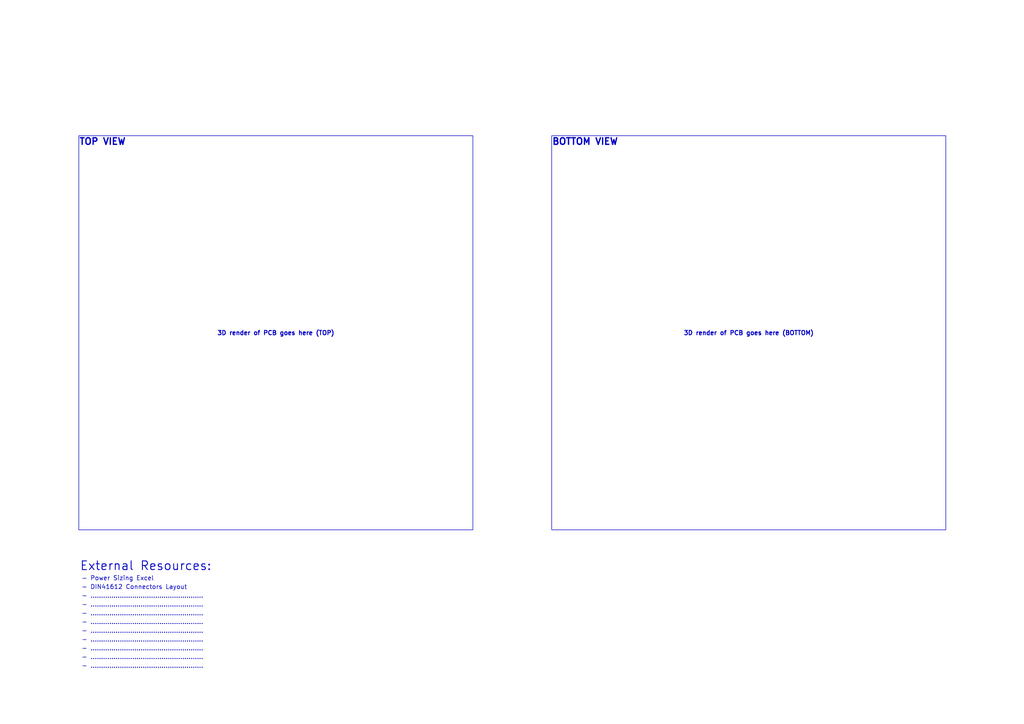
<source format=kicad_sch>
(kicad_sch (version 20250114) (generator "eeschema") (generator_version "9.0")
  (paper "A4")
  (title_block (title "FH2 - Spine") (date "2025-12-10") (rev "v1") (comment 1 "Elie Baier"))
  (lib_symbols)
  (text "- ......................................................" (at 23.622 189.992 0) (effects (font (size 1.27 1.27) (thickness 0.1588)) (justify left top)))
  (text "- ......................................................" (at 23.622 177.292 0) (effects (font (size 1.27 1.27) (thickness 0.1588)) (justify left top)))
  (text "- ......................................................" (at 23.622 172.212 0) (effects (font (size 1.27 1.27) (thickness 0.1588)) (justify left top)))
  (text "BOTTOM VIEW" (at 160.02 40.132 0) (effects (font (size 1.905 1.905) (thickness 0.381) (bold yes)) (justify left top)))
  (text "- ......................................................" (at 23.622 179.832 0) (effects (font (size 1.27 1.27) (thickness 0.1588)) (justify left top)))
  (text "- ......................................................" (at 23.622 192.532 0) (effects (font (size 1.27 1.27) (thickness 0.1588)) (justify left top)))
  (text "External Resources:" (at 23.114 162.814 0) (effects (font (size 2.54 2.54) (thickness 0.254) (bold yes)) (justify left top)))
  (text "- DIN41612 Connectors Layout" (at 23.622 169.672 0) (effects (font (size 1.27 1.27) (thickness 0.1588)) (justify left top)))
  (text "- ......................................................" (at 23.622 174.752 0) (effects (font (size 1.27 1.27) (thickness 0.1588)) (justify left top)))
  (text "- ......................................................" (at 23.622 182.372 0) (effects (font (size 1.27 1.27) (thickness 0.1588)) (justify left top)))
  (text "- ......................................................" (at 23.622 187.452 0) (effects (font (size 1.27 1.27) (thickness 0.1588)) (justify left top)))
  (text "TOP VIEW" (at 22.86 40.132 0) (effects (font (size 1.905 1.905) (thickness 0.381) (bold yes)) (justify left top)))
  (text "- Power Sizing Excel" (at 23.622 167.132 0) (effects (font (size 1.27 1.27) (thickness 0.1588)) (justify left top)))
  (text "- ......................................................" (at 23.622 184.912 0) (effects (font (size 1.27 1.27) (thickness 0.1588)) (justify left top)))
  (text_box "Metadata can be set in File → Schematic Setup → Project → Text Variables" (at 0 210.185 0) (size 297.18 6.35) (margins 1.9049 1.9049 1.9049 1.9049) (stroke (width -0.0001)) (effects (font (size 2.54 2.54) (thickness 0.381) (bold yes)) (justify right top)))
  (text_box "3D render of PCB goes here (BOTTOM)" (at 160.02 39.37 0) (size 114.3 114.3) (margins 0.9525 0.9525 0.9525 0.9525) (effects (font (size 1.27 1.27) (thickness 0.254) (bold yes))))
  (text_box "3D render of PCB goes here (TOP)" (at 22.86 39.37 0) (size 114.3 114.3) (margins 0.9525 0.9525 0.9525 0.9525) (effects (font (size 1.27 1.27) (thickness 0.254) (bold yes))))
)
</source>
